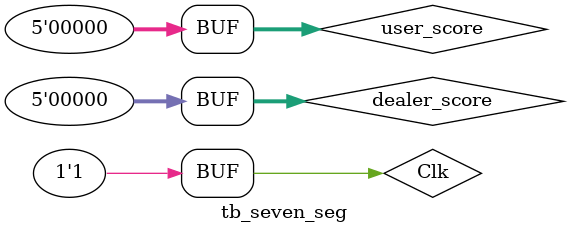
<source format=v>
`timescale 1ns / 1ps


module tb_seven_seg;
    // Module inputs
    reg Clk = 1'b0;
    reg [4:0] user_score;
    reg [4:0] dealer_score;
    
    // Module outputs
    wire [3:0] Anode_Activate;
    wire [6:0] LED_out;
    
    localparam period = 0.5;
    seven_seg UUT(.Clk(Clk),
        .user_score(user_score),
        .dealer_score(dealer_score),
        .Anode_Activate(Anode_Activate),
        .LED_out(LED_out)
        );
      
    // Create fake clock  
    always
    begin
        Clk = 1'b0;
        #period;
        Clk = 1'b1;
        #period;
    end

    // Change user_ and dealer_score
    always
    begin
        user_score = 13;
        dealer_score = 21;
        #100;
        user_score = 4;
        dealer_score = 10;
        #100;
        user_score = 0;
        dealer_score = 9;
        #100;
        user_score = 21;
        dealer_score = 21;
        #100;
        user_score = 0;
        dealer_score = 0;
        #100;
    end
        

endmodule

</source>
